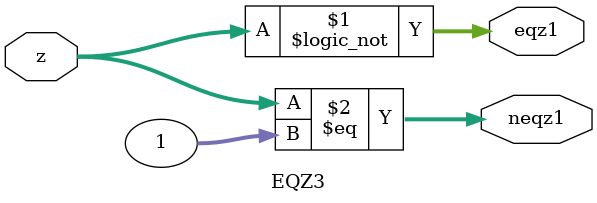
<source format=v>
`timescale 1ns / 1ps
module EQZ3(eqz1,neqz1,z);
input [31:0] z;
output reg [31:0]eqz1,neqz1;
assign eqz1= z==0;
assign neqz1= z==1;


    


endmodule

</source>
